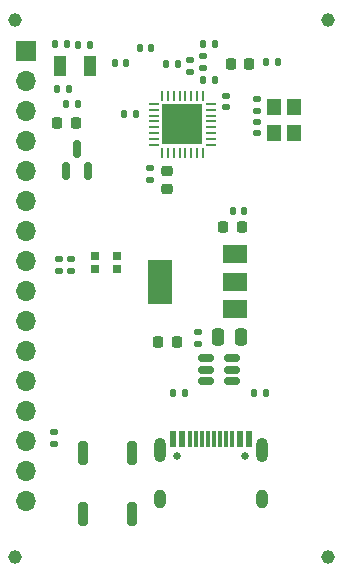
<source format=gts>
%TF.GenerationSoftware,KiCad,Pcbnew,(6.0.10)*%
%TF.CreationDate,2023-01-25T23:47:30-05:00*%
%TF.ProjectId,espc4synth,65737063-3473-4796-9e74-682e6b696361,1*%
%TF.SameCoordinates,Original*%
%TF.FileFunction,Soldermask,Top*%
%TF.FilePolarity,Negative*%
%FSLAX46Y46*%
G04 Gerber Fmt 4.6, Leading zero omitted, Abs format (unit mm)*
G04 Created by KiCad (PCBNEW (6.0.10)) date 2023-01-25 23:47:30*
%MOMM*%
%LPD*%
G01*
G04 APERTURE LIST*
G04 Aperture macros list*
%AMRoundRect*
0 Rectangle with rounded corners*
0 $1 Rounding radius*
0 $2 $3 $4 $5 $6 $7 $8 $9 X,Y pos of 4 corners*
0 Add a 4 corners polygon primitive as box body*
4,1,4,$2,$3,$4,$5,$6,$7,$8,$9,$2,$3,0*
0 Add four circle primitives for the rounded corners*
1,1,$1+$1,$2,$3*
1,1,$1+$1,$4,$5*
1,1,$1+$1,$6,$7*
1,1,$1+$1,$8,$9*
0 Add four rect primitives between the rounded corners*
20,1,$1+$1,$2,$3,$4,$5,0*
20,1,$1+$1,$4,$5,$6,$7,0*
20,1,$1+$1,$6,$7,$8,$9,0*
20,1,$1+$1,$8,$9,$2,$3,0*%
G04 Aperture macros list end*
%ADD10C,1.152000*%
%ADD11RoundRect,0.218750X-0.218750X-0.256250X0.218750X-0.256250X0.218750X0.256250X-0.218750X0.256250X0*%
%ADD12RoundRect,0.250000X-0.250000X-0.475000X0.250000X-0.475000X0.250000X0.475000X-0.250000X0.475000X0*%
%ADD13RoundRect,0.140000X-0.170000X0.140000X-0.170000X-0.140000X0.170000X-0.140000X0.170000X0.140000X0*%
%ADD14RoundRect,0.140000X0.170000X-0.140000X0.170000X0.140000X-0.170000X0.140000X-0.170000X-0.140000X0*%
%ADD15RoundRect,0.147500X0.172500X-0.147500X0.172500X0.147500X-0.172500X0.147500X-0.172500X-0.147500X0*%
%ADD16R,1.700000X1.700000*%
%ADD17O,1.700000X1.700000*%
%ADD18RoundRect,0.140000X-0.140000X-0.170000X0.140000X-0.170000X0.140000X0.170000X-0.140000X0.170000X0*%
%ADD19R,1.000000X1.800000*%
%ADD20RoundRect,0.135000X-0.135000X-0.185000X0.135000X-0.185000X0.135000X0.185000X-0.135000X0.185000X0*%
%ADD21RoundRect,0.135000X-0.185000X0.135000X-0.185000X-0.135000X0.185000X-0.135000X0.185000X0.135000X0*%
%ADD22RoundRect,0.140000X0.140000X0.170000X-0.140000X0.170000X-0.140000X-0.170000X0.140000X-0.170000X0*%
%ADD23RoundRect,0.225000X-0.225000X-0.250000X0.225000X-0.250000X0.225000X0.250000X-0.225000X0.250000X0*%
%ADD24RoundRect,0.062500X-0.062500X0.375000X-0.062500X-0.375000X0.062500X-0.375000X0.062500X0.375000X0*%
%ADD25RoundRect,0.062500X-0.375000X0.062500X-0.375000X-0.062500X0.375000X-0.062500X0.375000X0.062500X0*%
%ADD26R,3.450000X3.450000*%
%ADD27RoundRect,0.200000X0.200000X0.800000X-0.200000X0.800000X-0.200000X-0.800000X0.200000X-0.800000X0*%
%ADD28O,1.000000X1.600000*%
%ADD29C,0.650000*%
%ADD30O,1.000000X2.100000*%
%ADD31R,0.600000X1.450000*%
%ADD32R,0.300000X1.450000*%
%ADD33RoundRect,0.150000X0.150000X-0.587500X0.150000X0.587500X-0.150000X0.587500X-0.150000X-0.587500X0*%
%ADD34R,1.200000X1.400000*%
%ADD35RoundRect,0.135000X0.135000X0.185000X-0.135000X0.185000X-0.135000X-0.185000X0.135000X-0.185000X0*%
%ADD36RoundRect,0.150000X0.512500X0.150000X-0.512500X0.150000X-0.512500X-0.150000X0.512500X-0.150000X0*%
%ADD37RoundRect,0.147500X-0.147500X-0.172500X0.147500X-0.172500X0.147500X0.172500X-0.147500X0.172500X0*%
%ADD38R,2.000000X1.500000*%
%ADD39R,2.000000X3.800000*%
%ADD40RoundRect,0.225000X-0.250000X0.225000X-0.250000X-0.225000X0.250000X-0.225000X0.250000X0.225000X0*%
%ADD41R,0.700000X0.700000*%
G04 APERTURE END LIST*
D10*
%TO.C,H4*%
X41050000Y-78350000D03*
%TD*%
%TO.C,H3*%
X14550000Y-32875000D03*
%TD*%
%TO.C,H2*%
X14550000Y-78350000D03*
%TD*%
%TO.C,H1*%
X41050000Y-32875000D03*
%TD*%
D11*
%TO.C,D1*%
X26662500Y-60100000D03*
X28237500Y-60100000D03*
%TD*%
D12*
%TO.C,C10*%
X31775000Y-59675000D03*
X33675000Y-59675000D03*
%TD*%
D13*
%TO.C,C19*%
X19300000Y-53120000D03*
X19300000Y-54080000D03*
%TD*%
D14*
%TO.C,C12*%
X32450000Y-40230000D03*
X32450000Y-39270000D03*
%TD*%
D15*
%TO.C,L1*%
X30500000Y-36885000D03*
X30500000Y-35915000D03*
%TD*%
D16*
%TO.C,J2*%
X15500000Y-35500000D03*
D17*
X15500000Y-38040000D03*
X15500000Y-40580000D03*
X15500000Y-43120000D03*
X15500000Y-45660000D03*
X15500000Y-48200000D03*
X15500000Y-50740000D03*
X15500000Y-53280000D03*
X15500000Y-55820000D03*
X15500000Y-58360000D03*
X15500000Y-60900000D03*
X15500000Y-63440000D03*
X15500000Y-65980000D03*
X15500000Y-68520000D03*
X15500000Y-71060000D03*
X15500000Y-73600000D03*
%TD*%
D18*
%TO.C,C5*%
X25120000Y-35200000D03*
X26080000Y-35200000D03*
%TD*%
D19*
%TO.C,Y1*%
X18375000Y-36750000D03*
X20875000Y-36750000D03*
%TD*%
D18*
%TO.C,C2*%
X19920000Y-34925000D03*
X20880000Y-34925000D03*
%TD*%
D14*
%TO.C,C8*%
X35025000Y-40530000D03*
X35025000Y-39570000D03*
%TD*%
D20*
%TO.C,R1*%
X17965000Y-34900000D03*
X18985000Y-34900000D03*
%TD*%
D18*
%TO.C,C3*%
X30500000Y-37890000D03*
X31460000Y-37890000D03*
%TD*%
D21*
%TO.C,R4*%
X30075000Y-59240000D03*
X30075000Y-60260000D03*
%TD*%
D20*
%TO.C,R7*%
X18080000Y-38700000D03*
X19100000Y-38700000D03*
%TD*%
D22*
%TO.C,C6*%
X23980000Y-36500000D03*
X23020000Y-36500000D03*
%TD*%
D23*
%TO.C,C11*%
X32825000Y-36600000D03*
X34375000Y-36600000D03*
%TD*%
D24*
%TO.C,U2*%
X30480000Y-39252500D03*
X29980000Y-39252500D03*
X29480000Y-39252500D03*
X28980000Y-39252500D03*
X28480000Y-39252500D03*
X27980000Y-39252500D03*
X27480000Y-39252500D03*
X26980000Y-39252500D03*
D25*
X26292500Y-39940000D03*
X26292500Y-40440000D03*
X26292500Y-40940000D03*
X26292500Y-41440000D03*
X26292500Y-41940000D03*
X26292500Y-42440000D03*
X26292500Y-42940000D03*
X26292500Y-43440000D03*
D24*
X26980000Y-44127500D03*
X27480000Y-44127500D03*
X27980000Y-44127500D03*
X28480000Y-44127500D03*
X28980000Y-44127500D03*
X29480000Y-44127500D03*
X29980000Y-44127500D03*
X30480000Y-44127500D03*
D25*
X31167500Y-43440000D03*
X31167500Y-42940000D03*
X31167500Y-42440000D03*
X31167500Y-41940000D03*
X31167500Y-41440000D03*
X31167500Y-40940000D03*
X31167500Y-40440000D03*
X31167500Y-39940000D03*
D26*
X28730000Y-41690000D03*
%TD*%
D27*
%TO.C,SW1*%
X24475000Y-74700000D03*
X20275000Y-74700000D03*
%TD*%
D14*
%TO.C,C17*%
X29400000Y-37230000D03*
X29400000Y-36270000D03*
%TD*%
D28*
%TO.C,J1*%
X35470000Y-73424951D03*
D29*
X28260000Y-69774951D03*
D30*
X35470000Y-69244951D03*
X26830000Y-69244951D03*
D29*
X34040000Y-69774951D03*
D31*
X27900000Y-68329951D03*
X28700000Y-68329951D03*
D32*
X29900000Y-68329951D03*
X30900000Y-68329951D03*
X31400000Y-68329951D03*
X32400000Y-68329951D03*
D31*
X33600000Y-68329951D03*
X34400000Y-68329951D03*
X34400000Y-68329951D03*
X33600000Y-68329951D03*
D32*
X32900000Y-68329951D03*
X31900000Y-68329951D03*
X30400000Y-68329951D03*
X29400000Y-68329951D03*
D31*
X28700000Y-68329951D03*
X27900000Y-68329951D03*
D28*
X26830000Y-73424951D03*
%TD*%
D27*
%TO.C,SW2*%
X24500000Y-69525000D03*
X20300000Y-69525000D03*
%TD*%
D33*
%TO.C,Q1*%
X18850000Y-45637500D03*
X20750000Y-45637500D03*
X19800000Y-43762500D03*
%TD*%
D34*
%TO.C,Y2*%
X36500000Y-40175000D03*
X36500000Y-42375000D03*
X38200000Y-42375000D03*
X38200000Y-40175000D03*
%TD*%
D21*
%TO.C,R5*%
X18250000Y-53065000D03*
X18250000Y-54085000D03*
%TD*%
D18*
%TO.C,C4*%
X30495000Y-34900000D03*
X31455000Y-34900000D03*
%TD*%
D35*
%TO.C,R3*%
X28985000Y-64399951D03*
X27965000Y-64399951D03*
%TD*%
D14*
%TO.C,C13*%
X17825000Y-68705000D03*
X17825000Y-67745000D03*
%TD*%
D20*
%TO.C,R2*%
X34765000Y-64399951D03*
X35785000Y-64399951D03*
%TD*%
D11*
%TO.C,D3*%
X18112500Y-41600000D03*
X19687500Y-41600000D03*
%TD*%
D36*
%TO.C,U1*%
X32962500Y-63399951D03*
X32962500Y-62449951D03*
X32962500Y-61499951D03*
X30687500Y-61499951D03*
X30687500Y-62449951D03*
X30687500Y-63399951D03*
%TD*%
D18*
%TO.C,C1*%
X32995000Y-49050000D03*
X33955000Y-49050000D03*
%TD*%
D37*
%TO.C,L2*%
X35830000Y-36400000D03*
X36800000Y-36400000D03*
%TD*%
D38*
%TO.C,U3*%
X33150000Y-57300000D03*
D39*
X26850000Y-55000000D03*
D38*
X33150000Y-55000000D03*
X33150000Y-52700000D03*
%TD*%
D23*
%TO.C,C9*%
X32200000Y-50375000D03*
X33750000Y-50375000D03*
%TD*%
D40*
%TO.C,C14*%
X27400000Y-45625000D03*
X27400000Y-47175000D03*
%TD*%
D41*
%TO.C,D2*%
X21335000Y-52850000D03*
X21335000Y-53950000D03*
X23165000Y-53950000D03*
X23165000Y-52850000D03*
%TD*%
D22*
%TO.C,C16*%
X24780000Y-40800000D03*
X23820000Y-40800000D03*
%TD*%
D20*
%TO.C,R6*%
X18890000Y-40000000D03*
X19910000Y-40000000D03*
%TD*%
D13*
%TO.C,C15*%
X26000000Y-45420000D03*
X26000000Y-46380000D03*
%TD*%
%TO.C,C7*%
X35025000Y-41470000D03*
X35025000Y-42430000D03*
%TD*%
D22*
%TO.C,C18*%
X28330000Y-36550000D03*
X27370000Y-36550000D03*
%TD*%
M02*

</source>
